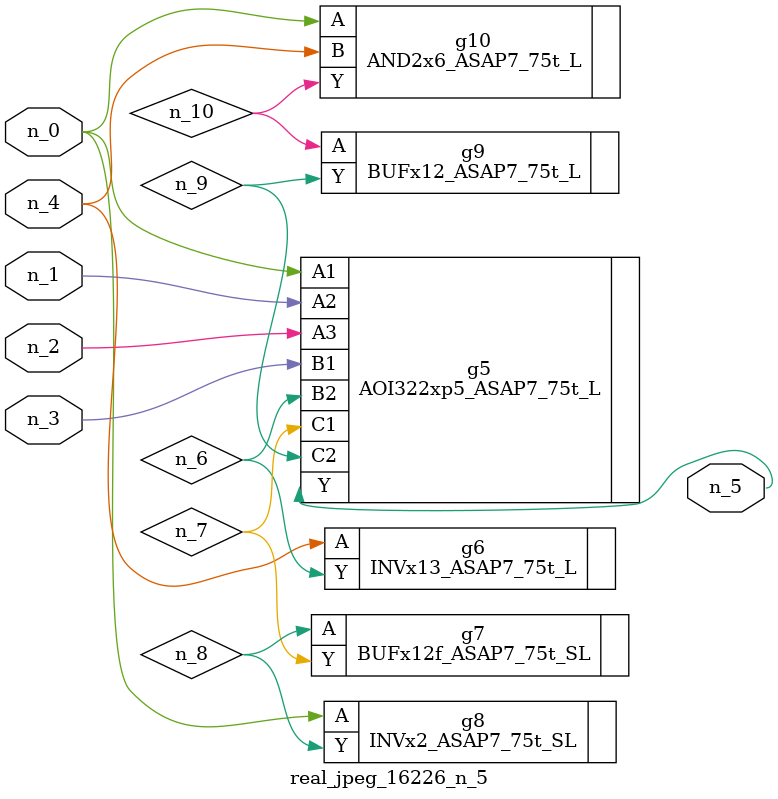
<source format=v>
module real_jpeg_16226_n_5 (n_4, n_0, n_1, n_2, n_3, n_5);

input n_4;
input n_0;
input n_1;
input n_2;
input n_3;

output n_5;

wire n_8;
wire n_6;
wire n_7;
wire n_10;
wire n_9;

AOI322xp5_ASAP7_75t_L g5 ( 
.A1(n_0),
.A2(n_1),
.A3(n_2),
.B1(n_3),
.B2(n_6),
.C1(n_7),
.C2(n_9),
.Y(n_5)
);

INVx2_ASAP7_75t_SL g8 ( 
.A(n_0),
.Y(n_8)
);

AND2x6_ASAP7_75t_L g10 ( 
.A(n_0),
.B(n_4),
.Y(n_10)
);

INVx13_ASAP7_75t_L g6 ( 
.A(n_4),
.Y(n_6)
);

BUFx12f_ASAP7_75t_SL g7 ( 
.A(n_8),
.Y(n_7)
);

BUFx12_ASAP7_75t_L g9 ( 
.A(n_10),
.Y(n_9)
);


endmodule
</source>
